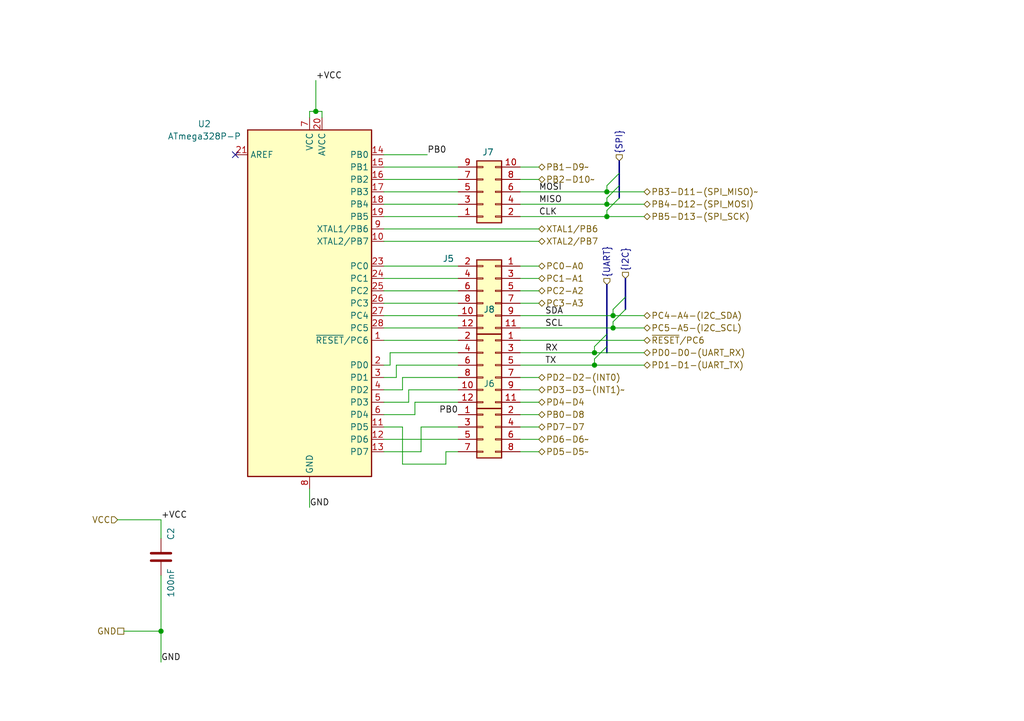
<source format=kicad_sch>
(kicad_sch (version 20231120) (generator "eeschema") (generator_version "8.0")
  (paper "A5")
  (title_block (title "MCU interfaces") (date "2024-04-17") (rev "1.0"))
  (lib_symbols
    (symbol "Connector_Generic:Conn_02x04_Odd_Even" (pin_names (offset 1.016) hide)
      (property "Reference" "J" (at 1.27 5.08 0))
      (property "Value" "Conn_02x04_Odd_Even" (at 1.27 -7.62 0))
      (symbol "Conn_02x04_Odd_Even_1_1"
        (rectangle (start -1.27 -4.953) (end 0 -5.207) (stroke (width 0.1524)))
        (rectangle (start -1.27 -2.413) (end 0 -2.667) (stroke (width 0.1524)))
        (rectangle (start -1.27 0.127) (end 0 -0.127) (stroke (width 0.1524)))
        (rectangle (start -1.27 2.667) (end 0 2.413) (stroke (width 0.1524)))
        (rectangle (start -1.27 3.81) (end 3.81 -6.35) (stroke (width 0.254)) (fill (type background)))
        (rectangle (start 3.81 -4.953) (end 2.54 -5.207) (stroke (width 0.1524)))
        (rectangle (start 3.81 -2.413) (end 2.54 -2.667) (stroke (width 0.1524)))
        (rectangle (start 3.81 0.127) (end 2.54 -0.127) (stroke (width 0.1524)))
        (rectangle (start 3.81 2.667) (end 2.54 2.413) (stroke (width 0.1524)))
        (pin passive line (at -5.08 2.54 0) (length 3.81) (name "Pin_1") (number "1"))
        (pin passive line (at 7.62 2.54 180) (length 3.81) (name "Pin_2") (number "2"))
        (pin passive line (at -5.08 0 0) (length 3.81) (name "Pin_3") (number "3"))
        (pin passive line (at 7.62 0 180) (length 3.81) (name "Pin_4") (number "4"))
        (pin passive line (at -5.08 -2.54 0) (length 3.81) (name "Pin_5") (number "5"))
        (pin passive line (at 7.62 -2.54 180) (length 3.81) (name "Pin_6") (number "6"))
        (pin passive line (at -5.08 -5.08 0) (length 3.81) (name "Pin_7") (number "7"))
        (pin passive line (at 7.62 -5.08 180) (length 3.81) (name "Pin_8") (number "8"))
      )
    )
    (symbol "Connector_Generic:Conn_02x05_Odd_Even" (pin_names (offset 1.016) hide)
      (property "Reference" "J" (at 1.27 7.62 0))
      (property "Value" "Conn_02x05_Odd_Even" (at 1.27 -7.62 0))
      (symbol "Conn_02x05_Odd_Even_1_1"
        (rectangle (start -1.27 -4.953) (end 0 -5.207) (stroke (width 0.1524)))
        (rectangle (start -1.27 -2.413) (end 0 -2.667) (stroke (width 0.1524)))
        (rectangle (start -1.27 0.127) (end 0 -0.127) (stroke (width 0.1524)))
        (rectangle (start -1.27 2.667) (end 0 2.413) (stroke (width 0.1524)))
        (rectangle (start -1.27 5.207) (end 0 4.953) (stroke (width 0.1524)))
        (rectangle (start -1.27 6.35) (end 3.81 -6.35) (stroke (width 0.254)) (fill (type background)))
        (rectangle (start 3.81 -4.953) (end 2.54 -5.207) (stroke (width 0.1524)))
        (rectangle (start 3.81 -2.413) (end 2.54 -2.667) (stroke (width 0.1524)))
        (rectangle (start 3.81 0.127) (end 2.54 -0.127) (stroke (width 0.1524)))
        (rectangle (start 3.81 2.667) (end 2.54 2.413) (stroke (width 0.1524)))
        (rectangle (start 3.81 5.207) (end 2.54 4.953) (stroke (width 0.1524)))
        (pin passive line (at -5.08 5.08 0) (length 3.81) (name "Pin_1") (number "1"))
        (pin passive line (at 7.62 -5.08 180) (length 3.81) (name "Pin_10") (number "10"))
        (pin passive line (at 7.62 5.08 180) (length 3.81) (name "Pin_2") (number "2"))
        (pin passive line (at -5.08 2.54 0) (length 3.81) (name "Pin_3") (number "3"))
        (pin passive line (at 7.62 2.54 180) (length 3.81) (name "Pin_4") (number "4"))
        (pin passive line (at -5.08 0 0) (length 3.81) (name "Pin_5") (number "5"))
        (pin passive line (at 7.62 0 180) (length 3.81) (name "Pin_6") (number "6"))
        (pin passive line (at -5.08 -2.54 0) (length 3.81) (name "Pin_7") (number "7"))
        (pin passive line (at 7.62 -2.54 180) (length 3.81) (name "Pin_8") (number "8"))
        (pin passive line (at -5.08 -5.08 0) (length 3.81) (name "Pin_9") (number "9"))
      )
    )
    (symbol "Connector_Generic:Conn_02x06_Odd_Even" (pin_names (offset 1.016) hide)
      (property "Reference" "J" (at 1.27 7.62 0))
      (property "Value" "Conn_02x06_Odd_Even" (at 1.27 -10.16 0))
      (symbol "Conn_02x06_Odd_Even_1_1"
        (rectangle (start -1.27 -7.493) (end 0 -7.747) (stroke (width 0.1524)))
        (rectangle (start -1.27 -4.953) (end 0 -5.207) (stroke (width 0.1524)))
        (rectangle (start -1.27 -2.413) (end 0 -2.667) (stroke (width 0.1524)))
        (rectangle (start -1.27 0.127) (end 0 -0.127) (stroke (width 0.1524)))
        (rectangle (start -1.27 2.667) (end 0 2.413) (stroke (width 0.1524)))
        (rectangle (start -1.27 5.207) (end 0 4.953) (stroke (width 0.1524)))
        (rectangle (start -1.27 6.35) (end 3.81 -8.89) (stroke (width 0.254)) (fill (type background)))
        (rectangle (start 3.81 -7.493) (end 2.54 -7.747) (stroke (width 0.1524)))
        (rectangle (start 3.81 -4.953) (end 2.54 -5.207) (stroke (width 0.1524)))
        (rectangle (start 3.81 -2.413) (end 2.54 -2.667) (stroke (width 0.1524)))
        (rectangle (start 3.81 0.127) (end 2.54 -0.127) (stroke (width 0.1524)))
        (rectangle (start 3.81 2.667) (end 2.54 2.413) (stroke (width 0.1524)))
        (rectangle (start 3.81 5.207) (end 2.54 4.953) (stroke (width 0.1524)))
        (pin passive line (at -5.08 5.08 0) (length 3.81) (name "Pin_1") (number "1"))
        (pin passive line (at 7.62 -5.08 180) (length 3.81) (name "Pin_10") (number "10"))
        (pin passive line (at -5.08 -7.62 0) (length 3.81) (name "Pin_11") (number "11"))
        (pin passive line (at 7.62 -7.62 180) (length 3.81) (name "Pin_12") (number "12"))
        (pin passive line (at 7.62 5.08 180) (length 3.81) (name "Pin_2") (number "2"))
        (pin passive line (at -5.08 2.54 0) (length 3.81) (name "Pin_3") (number "3"))
        (pin passive line (at 7.62 2.54 180) (length 3.81) (name "Pin_4") (number "4"))
        (pin passive line (at -5.08 0 0) (length 3.81) (name "Pin_5") (number "5"))
        (pin passive line (at 7.62 0 180) (length 3.81) (name "Pin_6") (number "6"))
        (pin passive line (at -5.08 -2.54 0) (length 3.81) (name "Pin_7") (number "7"))
        (pin passive line (at 7.62 -2.54 180) (length 3.81) (name "Pin_8") (number "8"))
        (pin passive line (at -5.08 -5.08 0) (length 3.81) (name "Pin_9") (number "9"))
      )
    )
    (symbol "Device:C" (pin_numbers hide) (pin_names (offset 0.254))
      (property "Reference" "C" (at 0.635 2.54 0))
      (property "Value" "C" (at 0.635 -2.54 0))
      (symbol "C_0_1"
        (polyline (pts (xy -2.032 -0.762) (xy 2.032 -0.762)) (stroke (width 0.508)))
        (polyline (pts (xy -2.032 0.762) (xy 2.032 0.762)) (stroke (width 0.508)))
      )
      (symbol "C_1_1"
        (pin passive line (at 0 3.81 270) (length 2.794) (name "~") (number "1"))
        (pin passive line (at 0 -3.81 90) (length 2.794) (name "~") (number "2"))
      )
    )
    (symbol "MCU_Microchip_ATmega:ATmega328P-P"
      (property "Reference" "U" (at -12.7 36.83 0))
      (property "Value" "ATmega328P-P" (at 2.54 -36.83 0))
      (symbol "ATmega328P-P_0_1"
        (rectangle (start -12.7 -35.56) (end 12.7 35.56) (stroke (width 0.254)) (fill (type background)))
      )
      (symbol "ATmega328P-P_1_1"
        (pin bidirectional line (at 15.24 -7.62 180) (length 2.54) (name "~{RESET}/PC6") (number "1"))
        (pin bidirectional line (at 15.24 12.7 180) (length 2.54) (name "XTAL2/PB7") (number "10"))
        (pin bidirectional line (at 15.24 -25.4 180) (length 2.54) (name "PD5") (number "11"))
        (pin bidirectional line (at 15.24 -27.94 180) (length 2.54) (name "PD6") (number "12"))
        (pin bidirectional line (at 15.24 -30.48 180) (length 2.54) (name "PD7") (number "13"))
        (pin bidirectional line (at 15.24 30.48 180) (length 2.54) (name "PB0") (number "14"))
        (pin bidirectional line (at 15.24 27.94 180) (length 2.54) (name "PB1") (number "15"))
        (pin bidirectional line (at 15.24 25.4 180) (length 2.54) (name "PB2") (number "16"))
        (pin bidirectional line (at 15.24 22.86 180) (length 2.54) (name "PB3") (number "17"))
        (pin bidirectional line (at 15.24 20.32 180) (length 2.54) (name "PB4") (number "18"))
        (pin bidirectional line (at 15.24 17.78 180) (length 2.54) (name "PB5") (number "19"))
        (pin bidirectional line (at 15.24 -12.7 180) (length 2.54) (name "PD0") (number "2"))
        (pin power_in line (at 2.54 38.1 270) (length 2.54) (name "AVCC") (number "20"))
        (pin passive line (at -15.24 30.48 0) (length 2.54) (name "AREF") (number "21"))
        (pin passive line (at 0 -38.1 90) (length 2.54) hide (name "GND") (number "22"))
        (pin bidirectional line (at 15.24 7.62 180) (length 2.54) (name "PC0") (number "23"))
        (pin bidirectional line (at 15.24 5.08 180) (length 2.54) (name "PC1") (number "24"))
        (pin bidirectional line (at 15.24 2.54 180) (length 2.54) (name "PC2") (number "25"))
        (pin bidirectional line (at 15.24 0 180) (length 2.54) (name "PC3") (number "26"))
        (pin bidirectional line (at 15.24 -2.54 180) (length 2.54) (name "PC4") (number "27"))
        (pin bidirectional line (at 15.24 -5.08 180) (length 2.54) (name "PC5") (number "28"))
        (pin bidirectional line (at 15.24 -15.24 180) (length 2.54) (name "PD1") (number "3"))
        (pin bidirectional line (at 15.24 -17.78 180) (length 2.54) (name "PD2") (number "4"))
        (pin bidirectional line (at 15.24 -20.32 180) (length 2.54) (name "PD3") (number "5"))
        (pin bidirectional line (at 15.24 -22.86 180) (length 2.54) (name "PD4") (number "6"))
        (pin power_in line (at 0 38.1 270) (length 2.54) (name "VCC") (number "7"))
        (pin power_in line (at 0 -38.1 90) (length 2.54) (name "GND") (number "8"))
        (pin bidirectional line (at 15.24 15.24 180) (length 2.54) (name "XTAL1/PB6") (number "9"))
      )
    )
  )
  (junction (at 124.46 39.37))
  (junction (at 64.77 22.86))
  (junction (at 124.46 44.45))
  (junction (at 121.92 74.93))
  (junction (at 124.46 41.91))
  (junction (at 33.02 129.54))
  (junction (at 121.92 72.39))
  (junction (at 125.73 67.31))
  (junction (at 125.73 64.77))
  (no_connect (at 48.26 31.75))
  (bus_entry (at 124.46 40.64) (size 2.54 -2.54))
  (bus_entry (at 125.73 63.5) (size 2.54 -2.54))
  (bus_entry (at 124.46 43.18) (size 2.54 -2.54))
  (bus_entry (at 124.46 38.1) (size 2.54 -2.54))
  (bus_entry (at 125.73 66.04) (size 2.54 -2.54))
  (bus_entry (at 124.46 71.12) (size -2.54 2.54))
  (bus_entry (at 124.46 68.58) (size -2.54 2.54))
  (wire (pts (xy 78.74 39.37) (xy 93.98 39.37)))
  (wire (pts (xy 78.74 46.99) (xy 110.49 46.99)))
  (wire (pts (xy 106.68 90.17) (xy 110.49 90.17)))
  (wire (pts (xy 125.73 67.31) (xy 132.08 67.31)))
  (wire (pts (xy 78.74 54.61) (xy 93.98 54.61)))
  (wire (pts (xy 78.74 36.83) (xy 93.98 36.83)))
  (wire (pts (xy 106.68 59.69) (xy 110.49 59.69)))
  (wire (pts (xy 106.68 85.09) (xy 110.49 85.09)))
  (wire (pts (xy 78.74 92.71) (xy 86.36 92.71)))
  (wire (pts (xy 25.4 129.54) (xy 33.02 129.54)))
  (wire (pts (xy 106.68 67.31) (xy 125.73 67.31)))
  (wire (pts (xy 82.55 87.63) (xy 82.55 95.25)))
  (wire (pts (xy 66.04 22.86) (xy 66.04 24.13)))
  (wire (pts (xy 78.74 49.53) (xy 110.49 49.53)))
  (bus (pts (xy 128.27 60.96) (xy 128.27 63.5)))
  (wire (pts (xy 78.74 90.17) (xy 93.98 90.17)))
  (wire (pts (xy 78.74 67.31) (xy 93.98 67.31)))
  (wire (pts (xy 106.68 62.23) (xy 110.49 62.23)))
  (wire (pts (xy 106.68 72.39) (xy 121.92 72.39)))
  (wire (pts (xy 78.74 34.29) (xy 93.98 34.29)))
  (wire (pts (xy 106.68 36.83) (xy 110.49 36.83)))
  (wire (pts (xy 78.74 87.63) (xy 82.55 87.63)))
  (wire (pts (xy 63.5 22.86) (xy 64.77 22.86)))
  (wire (pts (xy 106.68 77.47) (xy 110.49 77.47)))
  (wire (pts (xy 86.36 87.63) (xy 93.98 87.63)))
  (wire (pts (xy 80.01 72.39) (xy 93.98 72.39)))
  (wire (pts (xy 83.82 80.01) (xy 93.98 80.01)))
  (wire (pts (xy 78.74 85.09) (xy 85.09 85.09)))
  (wire (pts (xy 78.74 41.91) (xy 93.98 41.91)))
  (wire (pts (xy 106.68 92.71) (xy 110.49 92.71)))
  (wire (pts (xy 81.28 74.93) (xy 93.98 74.93)))
  (wire (pts (xy 85.09 85.09) (xy 85.09 82.55)))
  (wire (pts (xy 78.74 80.01) (xy 82.55 80.01)))
  (wire (pts (xy 124.46 44.45) (xy 132.08 44.45)))
  (wire (pts (xy 78.74 31.75) (xy 87.63 31.75)))
  (wire (pts (xy 121.92 73.66) (xy 121.92 74.93)))
  (wire (pts (xy 63.5 104.14) (xy 63.5 100.33)))
  (bus (pts (xy 124.46 58.42) (xy 124.46 68.58)))
  (wire (pts (xy 33.02 129.54) (xy 33.02 135.89)))
  (wire (pts (xy 78.74 62.23) (xy 93.98 62.23)))
  (wire (pts (xy 106.68 87.63) (xy 110.49 87.63)))
  (wire (pts (xy 86.36 92.71) (xy 86.36 87.63)))
  (wire (pts (xy 33.02 106.68) (xy 33.02 110.49)))
  (wire (pts (xy 33.02 118.11) (xy 33.02 129.54)))
  (wire (pts (xy 85.09 82.55) (xy 93.98 82.55)))
  (wire (pts (xy 121.92 74.93) (xy 132.08 74.93)))
  (wire (pts (xy 106.68 39.37) (xy 124.46 39.37)))
  (wire (pts (xy 124.46 41.91) (xy 132.08 41.91)))
  (wire (pts (xy 78.74 69.85) (xy 93.98 69.85)))
  (bus (pts (xy 124.46 71.12) (xy 124.46 72.39)))
  (wire (pts (xy 106.68 69.85) (xy 132.08 69.85)))
  (wire (pts (xy 78.74 64.77) (xy 93.98 64.77)))
  (wire (pts (xy 106.68 80.01) (xy 110.49 80.01)))
  (wire (pts (xy 78.74 59.69) (xy 93.98 59.69)))
  (wire (pts (xy 124.46 39.37) (xy 132.08 39.37)))
  (wire (pts (xy 78.74 74.93) (xy 80.01 74.93)))
  (wire (pts (xy 64.77 22.86) (xy 66.04 22.86)))
  (wire (pts (xy 106.68 54.61) (xy 110.49 54.61)))
  (wire (pts (xy 82.55 95.25) (xy 91.44 95.25)))
  (wire (pts (xy 106.68 82.55) (xy 110.49 82.55)))
  (wire (pts (xy 82.55 80.01) (xy 82.55 77.47)))
  (wire (pts (xy 82.55 77.47) (xy 93.98 77.47)))
  (wire (pts (xy 106.68 57.15) (xy 110.49 57.15)))
  (bus (pts (xy 127 35.56) (xy 127 38.1)))
  (wire (pts (xy 63.5 22.86) (xy 63.5 24.13)))
  (wire (pts (xy 106.68 41.91) (xy 124.46 41.91)))
  (wire (pts (xy 80.01 74.93) (xy 80.01 72.39)))
  (bus (pts (xy 127 38.1) (xy 127 40.64)))
  (bus (pts (xy 128.27 57.15) (xy 128.27 60.96)))
  (wire (pts (xy 125.73 64.77) (xy 132.08 64.77)))
  (wire (pts (xy 78.74 82.55) (xy 83.82 82.55)))
  (wire (pts (xy 83.82 82.55) (xy 83.82 80.01)))
  (wire (pts (xy 124.46 40.64) (xy 124.46 41.91)))
  (wire (pts (xy 124.46 38.1) (xy 124.46 39.37)))
  (wire (pts (xy 124.46 43.18) (xy 124.46 44.45)))
  (wire (pts (xy 64.77 16.51) (xy 64.77 22.86)))
  (bus (pts (xy 127 33.02) (xy 127 35.56)))
  (wire (pts (xy 78.74 57.15) (xy 93.98 57.15)))
  (wire (pts (xy 91.44 92.71) (xy 93.98 92.71)))
  (bus (pts (xy 124.46 68.58) (xy 124.46 71.12)))
  (wire (pts (xy 78.74 44.45) (xy 93.98 44.45)))
  (wire (pts (xy 91.44 95.25) (xy 91.44 92.71)))
  (wire (pts (xy 24.13 106.68) (xy 33.02 106.68)))
  (wire (pts (xy 81.28 77.47) (xy 81.28 74.93)))
  (wire (pts (xy 106.68 74.93) (xy 121.92 74.93)))
  (wire (pts (xy 125.73 63.5) (xy 125.73 64.77)))
  (wire (pts (xy 106.68 64.77) (xy 125.73 64.77)))
  (wire (pts (xy 106.68 44.45) (xy 124.46 44.45)))
  (wire (pts (xy 125.73 66.04) (xy 125.73 67.31)))
  (wire (pts (xy 121.92 72.39) (xy 132.08 72.39)))
  (wire (pts (xy 121.92 71.12) (xy 121.92 72.39)))
  (wire (pts (xy 106.68 34.29) (xy 110.49 34.29)))
  (wire (pts (xy 78.74 77.47) (xy 81.28 77.47)))
  (label "SCL" (at 111.76 67.31 0))
  (label "PB0" (at 93.98 85.09 180))
  (label "RX" (at 111.76 72.39 0))
  (label "MISO" (at 110.49 41.91 0))
  (label "GND" (at 33.02 135.89 0))
  (label "MOSI" (at 110.49 39.37 0))
  (label "CLK" (at 110.49 44.45 0))
  (label "SDA" (at 111.76 64.77 0))
  (label "+VCC" (at 64.77 16.51 0))
  (label "PB0" (at 87.63 31.75 0))
  (label "TX" (at 111.76 74.93 0))
  (label "+VCC" (at 33.02 106.68 0))
  (label "GND" (at 63.5 104.14 0))
  (hierarchical_label "PB0-D8" (shape bidirectional) (at 110.49 85.09 0))
  (hierarchical_label "GND" (shape passive) (at 25.4 129.54 180))
  (hierarchical_label "PC4-A4-(I2C_SDA)" (shape bidirectional) (at 132.08 64.77 0))
  (hierarchical_label "PC1-A1" (shape bidirectional) (at 110.49 57.15 0))
  (hierarchical_label "PB1-D9~" (shape bidirectional) (at 110.49 34.29 0))
  (hierarchical_label "PD5-D5~" (shape bidirectional) (at 110.49 92.71 0))
  (hierarchical_label "PC2-A2" (shape bidirectional) (at 110.49 59.69 0))
  (hierarchical_label "PD0-D0-(UART_RX)" (shape bidirectional) (at 132.08 72.39 0))
  (hierarchical_label "{SPI}" (shape input) (at 127 33.02 90))
  (hierarchical_label "PC5-A5-(I2C_SCL)" (shape bidirectional) (at 132.08 67.31 0))
  (hierarchical_label "PB4-D12-(SPI_MOSI)" (shape bidirectional) (at 132.08 41.91 0))
  (hierarchical_label "PC3-A3" (shape bidirectional) (at 110.49 62.23 0))
  (hierarchical_label "XTAL1/PB6" (shape bidirectional) (at 110.49 46.99 0))
  (hierarchical_label "PB2-D10~" (shape bidirectional) (at 110.49 36.83 0))
  (hierarchical_label "PB5-D13-(SPI_SCK)" (shape bidirectional) (at 132.08 44.45 0))
  (hierarchical_label "PD6-D6~" (shape bidirectional) (at 110.49 90.17 0))
  (hierarchical_label "PD2-D2-(INT0)" (shape bidirectional) (at 110.49 77.47 0))
  (hierarchical_label "PC0-A0" (shape bidirectional) (at 110.49 54.61 0))
  (hierarchical_label "{UART}" (shape input) (at 124.46 58.42 90))
  (hierarchical_label "PD7-D7" (shape bidirectional) (at 110.49 87.63 0))
  (hierarchical_label "PD4-D4" (shape bidirectional) (at 110.49 82.55 0))
  (hierarchical_label "PD1-D1-(UART_TX)" (shape bidirectional) (at 132.08 74.93 0))
  (hierarchical_label "PD3-D3-(INT1)~" (shape bidirectional) (at 110.49 80.01 0))
  (hierarchical_label "XTAL2/PB7" (shape bidirectional) (at 110.49 49.53 0))
  (hierarchical_label "PB3-D11-(SPI_MISO)~" (shape bidirectional) (at 132.08 39.37 0))
  (hierarchical_label "~{RESET}/PC6" (shape bidirectional) (at 132.08 69.85 0))
  (hierarchical_label "{I2C}" (shape input) (at 128.27 57.15 90))
  (hierarchical_label "VCC" (shape input) (at 24.13 106.68 180))
  (symbol (lib_id "Connector_Generic:Conn_02x06_Odd_Even") (at 101.6 59.69 0) (mirror y) (unit 1)
    (property "Reference" "J7" (at 100.076 31.242 0))
    (property "Value" "Conn_02x06_Odd_Even" (effects (hide yes)))
    (property "Footprint" "Connector_PinHeader_2.54mm:PinHeader_2x06_P2.54mm_Vertical" (effects (hide yes)))
    (property "Description" "Generic connector, double row, 02x06, odd/even pin numbering scheme (row 1 odd numbers, row 2 even numbers), script generated (kicad-library-utils/schlib/autogen/connector/)" (effects (hide yes)))
    (instances (project "Shield_Supercapacitors" (path "" (reference "J7") (unit 1)) (path "" (reference "J3") (unit 1))))
  )
  (symbol (lib_id "Connector_Generic:Conn_02x05_Odd_Even") (at 99.06 39.37 0) (mirror x) (unit 1)
    (property "Reference" "J5" (at 91.948 53.086 0))
    (property "Value" "Conn_02x05_Odd_Even" (effects (hide yes)))
    (property "Footprint" "Connector_PinHeader_2.54mm:PinHeader_2x05_P2.54mm_Vertical" (effects (hide yes)))
    (property "Description" "Generic connector, double row, 02x05, odd/even pin numbering scheme (row 1 odd numbers, row 2 even numbers), script generated (kicad-library-utils/schlib/autogen/connector/)" (effects (hide yes)))
    (instances (project "Shield_Supercapacitors" (path "" (reference "J5") (unit 1)) (path "" (reference "J1") (unit 1))))
  )
  (symbol (lib_id "MCU_Microchip_ATmega:ATmega328P-P") (at 63.5 62.23 0) (unit 1) (exclude_from_sim yes)
    (property "Reference" "U2" (at 41.91 25.4314 0))
    (property "Value" "ATmega328P-P" (at 41.91 27.9714 0))
    (property "Footprint" "Package_DIP:DIP-28_W7.62mm_Socket" (effects (hide yes)))
    (property "Datasheet" "http://ww1.microchip.com/downloads/en/DeviceDoc/ATmega328_P%20AVR%20MCU%20with%20picoPower%20Technology%20Data%20Sheet%2040001984A.pdf" (effects (hide yes)))
    (instances (project "Shield_Supercapacitors" (path "" (reference "U2") (unit 1)) (path "" (reference "U1") (unit 1))))
  )
  (symbol (lib_id "Connector_Generic:Conn_02x04_Odd_Even") (at 99.06 87.63 0) (unit 1)
    (property "Reference" "J6" (at 100.33 78.74 0))
    (property "Value" "Conn_02x04_Odd_Even" (effects (hide yes)))
    (property "Footprint" "Connector_PinHeader_2.54mm:PinHeader_2x04_P2.54mm_Vertical" (effects (hide yes)))
    (property "Description" "Generic connector, double row, 02x04, odd/even pin numbering scheme (row 1 odd numbers, row 2 even numbers), script generated (kicad-library-utils/schlib/autogen/connector/)" (effects (hide yes)))
    (instances (project "Shield_Supercapacitors" (path "" (reference "J6") (unit 1)) (path "" (reference "J2") (unit 1))))
  )
  (symbol (lib_id "Device:C") (at 33.02 114.3 180) (unit 1)
    (property "Reference" "C2" (at 35.052 108.204 90) (effects (justify left)))
    (property "Value" "100nF" (at 35.052 116.586 90) (effects (justify left)))
    (property "Footprint" "Capacitor_THT:C_Radial_D5.0mm_H11.0mm_P2.00mm" (effects (hide yes)))
    (instances (project "Shield_Supercapacitors" (path "" (reference "C2") (unit 1)) (path "" (reference "C1") (unit 1))))
  )
  (symbol (lib_id "Connector_Generic:Conn_02x06_Odd_Even") (at 101.6 74.93 0) (mirror y) (unit 1)
    (property "Reference" "J8" (at 100.33 63.5 0))
    (property "Value" "Conn_02x06_Odd_Even" (effects (hide yes)))
    (property "Footprint" "Connector_PinHeader_2.54mm:PinHeader_2x06_P2.54mm_Vertical" (effects (hide yes)))
    (property "Description" "Generic connector, double row, 02x06, odd/even pin numbering scheme (row 1 odd numbers, row 2 even numbers), script generated (kicad-library-utils/schlib/autogen/connector/)" (effects (hide yes)))
    (instances (project "Shield_Supercapacitors" (path "" (reference "J8") (unit 1)) (path "" (reference "J4") (unit 1))))
  )
)
</source>
